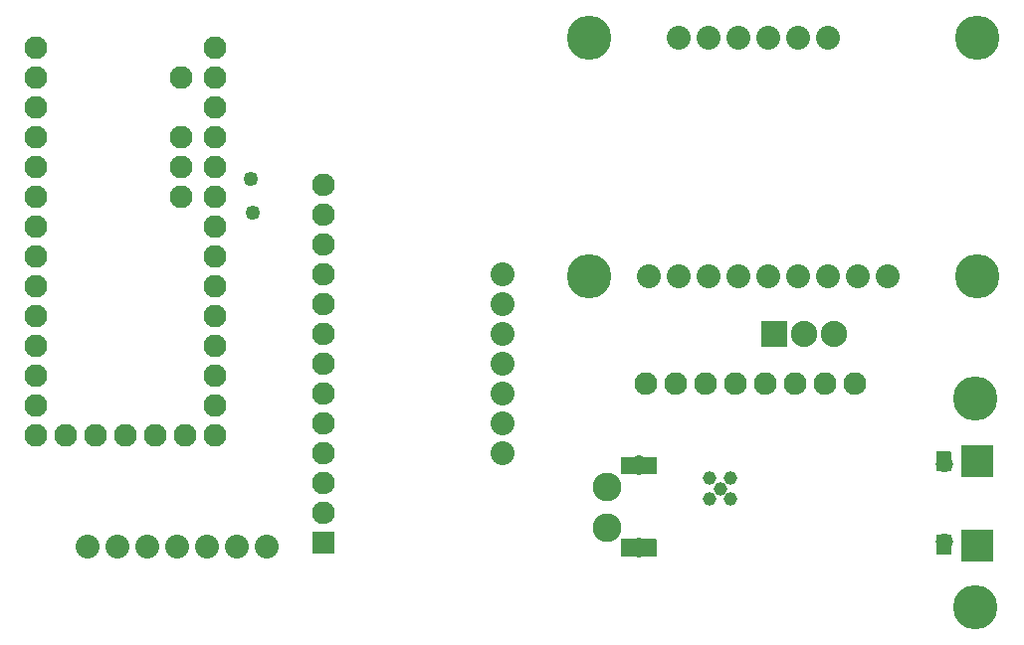
<source format=gbs>
G04 MADE WITH FRITZING*
G04 WWW.FRITZING.ORG*
G04 DOUBLE SIDED*
G04 HOLES PLATED*
G04 CONTOUR ON CENTER OF CONTOUR VECTOR*
%ASAXBY*%
%FSLAX23Y23*%
%MOIN*%
%OFA0B0*%
%SFA1.0B1.0*%
%ADD10C,0.076889*%
%ADD11C,0.148425*%
%ADD12C,0.080000*%
%ADD13C,0.076000*%
%ADD14C,0.045748*%
%ADD15C,0.148426*%
%ADD16C,0.067402*%
%ADD17C,0.057559*%
%ADD18C,0.108426*%
%ADD19C,0.096000*%
%ADD20C,0.049370*%
%ADD21C,0.088000*%
%ADD22R,0.076000X0.076000*%
%ADD23R,0.108426X0.108425*%
%ADD24R,0.088000X0.088000*%
%ADD25R,0.001000X0.001000*%
%LNMASK0*%
G90*
G70*
G54D10*
X674Y691D03*
X674Y791D03*
X674Y891D03*
X674Y991D03*
X674Y1091D03*
X674Y1191D03*
X674Y1291D03*
X674Y1391D03*
X674Y1491D03*
X674Y1591D03*
X674Y1691D03*
X674Y1791D03*
X674Y1891D03*
X674Y1991D03*
X560Y1891D03*
X560Y1591D03*
X560Y1691D03*
X74Y691D03*
X74Y791D03*
X74Y891D03*
X74Y991D03*
X74Y1091D03*
X74Y1191D03*
X74Y1291D03*
X74Y1391D03*
X74Y1491D03*
X74Y1591D03*
X74Y1691D03*
X74Y1791D03*
X74Y1891D03*
X74Y1991D03*
X560Y1491D03*
X274Y691D03*
X174Y691D03*
X374Y691D03*
X574Y691D03*
X474Y691D03*
G54D11*
X1928Y1225D03*
X1928Y2025D03*
G54D12*
X2228Y2025D03*
X2328Y2025D03*
X2428Y2025D03*
G54D11*
X3228Y1225D03*
G54D12*
X2528Y2025D03*
G54D11*
X3228Y2025D03*
G54D12*
X2628Y2025D03*
X2728Y2025D03*
X2128Y1225D03*
X2228Y1225D03*
X2328Y1225D03*
X2428Y1225D03*
X2528Y1225D03*
X2628Y1225D03*
X2728Y1225D03*
X2828Y1225D03*
X2928Y1225D03*
G54D13*
X1036Y330D03*
X1036Y430D03*
X1036Y530D03*
X1036Y630D03*
X1036Y730D03*
X1036Y830D03*
X1036Y930D03*
X1036Y1030D03*
X1036Y1130D03*
X1036Y1230D03*
X1036Y1330D03*
X1036Y1430D03*
X1036Y1530D03*
G54D12*
X1636Y1230D03*
X1636Y1130D03*
X1636Y1030D03*
X1636Y930D03*
X1636Y830D03*
X1636Y730D03*
X1636Y630D03*
X847Y316D03*
X747Y316D03*
X647Y316D03*
X547Y316D03*
X447Y316D03*
X347Y316D03*
X247Y316D03*
G54D14*
X2402Y547D03*
G54D15*
X3222Y113D03*
G54D16*
X2094Y313D03*
X2094Y589D03*
G54D14*
X2367Y512D03*
X2331Y476D03*
G54D17*
X3117Y333D03*
X3117Y593D03*
G54D18*
X3227Y322D03*
X3227Y605D03*
G54D19*
X1987Y518D03*
G54D13*
X2817Y863D03*
X2717Y863D03*
X2617Y863D03*
X2517Y863D03*
X2417Y863D03*
X2317Y863D03*
X2217Y863D03*
G54D15*
X3222Y813D03*
G54D13*
X2117Y863D03*
G54D14*
X2331Y547D03*
X2402Y476D03*
G54D19*
X1987Y380D03*
G54D20*
X802Y1438D03*
X795Y1549D03*
G54D21*
X2546Y1030D03*
X2646Y1030D03*
X2746Y1030D03*
G54D22*
X1036Y330D03*
G54D23*
X3227Y322D03*
X3227Y605D03*
G54D24*
X2546Y1030D03*
G54D25*
X3092Y636D02*
X3138Y636D01*
X3092Y635D02*
X3139Y635D01*
X3092Y634D02*
X3139Y634D01*
X3092Y633D02*
X3139Y633D01*
X3092Y632D02*
X3139Y632D01*
X3092Y631D02*
X3139Y631D01*
X3092Y630D02*
X3139Y630D01*
X3092Y629D02*
X3139Y629D01*
X3092Y628D02*
X3139Y628D01*
X3092Y627D02*
X3139Y627D01*
X3092Y626D02*
X3139Y626D01*
X3092Y625D02*
X3139Y625D01*
X3092Y624D02*
X3139Y624D01*
X3092Y623D02*
X3139Y623D01*
X3092Y622D02*
X3139Y622D01*
X3092Y621D02*
X3139Y621D01*
X3092Y620D02*
X3139Y620D01*
X3092Y619D02*
X3139Y619D01*
X2091Y618D02*
X2094Y618D01*
X3092Y618D02*
X3139Y618D01*
X2034Y617D02*
X2152Y617D01*
X3092Y617D02*
X3139Y617D01*
X2034Y616D02*
X2152Y616D01*
X3092Y616D02*
X3139Y616D01*
X2034Y615D02*
X2152Y615D01*
X3092Y615D02*
X3139Y615D01*
X2034Y614D02*
X2152Y614D01*
X3092Y614D02*
X3139Y614D01*
X2034Y613D02*
X2152Y613D01*
X3092Y613D02*
X3139Y613D01*
X2034Y612D02*
X2152Y612D01*
X3092Y612D02*
X3139Y612D01*
X2034Y611D02*
X2152Y611D01*
X3092Y611D02*
X3139Y611D01*
X2034Y610D02*
X2152Y610D01*
X3092Y610D02*
X3139Y610D01*
X2034Y609D02*
X2152Y609D01*
X3092Y609D02*
X3139Y609D01*
X2034Y608D02*
X2152Y608D01*
X3092Y608D02*
X3139Y608D01*
X2034Y607D02*
X2087Y607D01*
X2099Y607D02*
X2152Y607D01*
X3092Y607D02*
X3111Y607D01*
X3119Y607D02*
X3139Y607D01*
X2034Y606D02*
X2084Y606D01*
X2101Y606D02*
X2152Y606D01*
X3092Y606D02*
X3108Y606D01*
X3122Y606D02*
X3139Y606D01*
X2034Y605D02*
X2082Y605D01*
X2103Y605D02*
X2152Y605D01*
X3092Y605D02*
X3107Y605D01*
X3124Y605D02*
X3139Y605D01*
X2034Y604D02*
X2081Y604D01*
X2104Y604D02*
X2152Y604D01*
X3092Y604D02*
X3106Y604D01*
X3125Y604D02*
X3139Y604D01*
X2034Y603D02*
X2080Y603D01*
X2106Y603D02*
X2152Y603D01*
X3092Y603D02*
X3105Y603D01*
X3126Y603D02*
X3139Y603D01*
X2034Y602D02*
X2079Y602D01*
X2107Y602D02*
X2152Y602D01*
X3092Y602D02*
X3104Y602D01*
X3127Y602D02*
X3139Y602D01*
X2034Y601D02*
X2078Y601D01*
X2107Y601D02*
X2152Y601D01*
X3092Y601D02*
X3103Y601D01*
X3127Y601D02*
X3139Y601D01*
X2034Y600D02*
X2077Y600D01*
X2108Y600D02*
X2152Y600D01*
X3092Y600D02*
X3102Y600D01*
X3128Y600D02*
X3139Y600D01*
X2034Y599D02*
X2076Y599D01*
X2109Y599D02*
X2152Y599D01*
X3092Y599D02*
X3102Y599D01*
X3129Y599D02*
X3139Y599D01*
X2034Y598D02*
X2076Y598D01*
X2110Y598D02*
X2152Y598D01*
X3092Y598D02*
X3102Y598D01*
X3129Y598D02*
X3139Y598D01*
X2034Y597D02*
X2075Y597D01*
X2110Y597D02*
X2152Y597D01*
X3092Y597D02*
X3101Y597D01*
X3129Y597D02*
X3139Y597D01*
X2034Y596D02*
X2075Y596D01*
X2111Y596D02*
X2152Y596D01*
X3092Y596D02*
X3101Y596D01*
X3129Y596D02*
X3139Y596D01*
X2034Y595D02*
X2074Y595D01*
X2111Y595D02*
X2152Y595D01*
X3092Y595D02*
X3101Y595D01*
X3129Y595D02*
X3139Y595D01*
X2034Y594D02*
X2074Y594D01*
X2111Y594D02*
X2152Y594D01*
X3092Y594D02*
X3101Y594D01*
X3129Y594D02*
X3139Y594D01*
X2034Y593D02*
X2074Y593D01*
X2111Y593D02*
X2152Y593D01*
X3092Y593D02*
X3101Y593D01*
X3129Y593D02*
X3139Y593D01*
X2034Y592D02*
X2074Y592D01*
X2112Y592D02*
X2152Y592D01*
X3092Y592D02*
X3101Y592D01*
X3129Y592D02*
X3139Y592D01*
X2034Y591D02*
X2074Y591D01*
X2112Y591D02*
X2152Y591D01*
X3092Y591D02*
X3101Y591D01*
X3129Y591D02*
X3139Y591D01*
X2034Y590D02*
X2074Y590D01*
X2112Y590D02*
X2152Y590D01*
X3092Y590D02*
X3101Y590D01*
X3129Y590D02*
X3139Y590D01*
X2034Y589D02*
X2074Y589D01*
X2112Y589D02*
X2152Y589D01*
X3092Y589D02*
X3102Y589D01*
X3129Y589D02*
X3139Y589D01*
X2034Y588D02*
X2074Y588D01*
X2112Y588D02*
X2152Y588D01*
X3092Y588D02*
X3102Y588D01*
X3128Y588D02*
X3139Y588D01*
X2034Y587D02*
X2074Y587D01*
X2112Y587D02*
X2152Y587D01*
X3092Y587D02*
X3103Y587D01*
X3128Y587D02*
X3139Y587D01*
X2034Y586D02*
X2074Y586D01*
X2112Y586D02*
X2152Y586D01*
X3092Y586D02*
X3103Y586D01*
X3127Y586D02*
X3139Y586D01*
X2034Y585D02*
X2074Y585D01*
X2111Y585D02*
X2152Y585D01*
X3092Y585D02*
X3104Y585D01*
X3126Y585D02*
X3139Y585D01*
X2034Y584D02*
X2074Y584D01*
X2111Y584D02*
X2152Y584D01*
X3092Y584D02*
X3105Y584D01*
X3125Y584D02*
X3139Y584D01*
X2034Y583D02*
X2075Y583D01*
X2111Y583D02*
X2152Y583D01*
X3092Y583D02*
X3106Y583D01*
X3124Y583D02*
X3139Y583D01*
X2034Y582D02*
X2075Y582D01*
X2111Y582D02*
X2152Y582D01*
X3092Y582D02*
X3107Y582D01*
X3123Y582D02*
X3139Y582D01*
X2034Y581D02*
X2075Y581D01*
X2110Y581D02*
X2152Y581D01*
X3092Y581D02*
X3109Y581D01*
X3121Y581D02*
X3139Y581D01*
X2034Y580D02*
X2076Y580D01*
X2109Y580D02*
X2152Y580D01*
X3092Y580D02*
X3139Y580D01*
X2034Y579D02*
X2076Y579D01*
X2109Y579D02*
X2152Y579D01*
X3092Y579D02*
X3139Y579D01*
X2034Y578D02*
X2077Y578D01*
X2108Y578D02*
X2152Y578D01*
X3092Y578D02*
X3139Y578D01*
X2034Y577D02*
X2078Y577D01*
X2107Y577D02*
X2152Y577D01*
X3092Y577D02*
X3139Y577D01*
X2034Y576D02*
X2079Y576D01*
X2106Y576D02*
X2152Y576D01*
X3092Y576D02*
X3139Y576D01*
X2034Y575D02*
X2080Y575D01*
X2105Y575D02*
X2152Y575D01*
X3092Y575D02*
X3139Y575D01*
X2034Y574D02*
X2081Y574D01*
X2104Y574D02*
X2152Y574D01*
X3092Y574D02*
X3139Y574D01*
X2034Y573D02*
X2083Y573D01*
X2103Y573D02*
X2152Y573D01*
X3092Y573D02*
X3139Y573D01*
X2034Y572D02*
X2084Y572D01*
X2101Y572D02*
X2152Y572D01*
X3092Y572D02*
X3139Y572D01*
X2034Y571D02*
X2087Y571D01*
X2098Y571D02*
X2152Y571D01*
X3092Y571D02*
X3139Y571D01*
X2034Y570D02*
X2152Y570D01*
X3092Y570D02*
X3138Y570D01*
X2034Y569D02*
X2152Y569D01*
X2034Y568D02*
X2152Y568D01*
X2034Y567D02*
X2152Y567D01*
X2034Y566D02*
X2152Y566D01*
X2034Y565D02*
X2152Y565D01*
X2034Y564D02*
X2152Y564D01*
X2034Y563D02*
X2152Y563D01*
X2034Y562D02*
X2152Y562D01*
X2034Y561D02*
X2152Y561D01*
X3092Y357D02*
X3139Y357D01*
X3092Y356D02*
X3139Y356D01*
X3092Y355D02*
X3139Y355D01*
X3092Y354D02*
X3139Y354D01*
X3092Y353D02*
X3139Y353D01*
X3092Y352D02*
X3139Y352D01*
X3092Y351D02*
X3139Y351D01*
X3092Y350D02*
X3139Y350D01*
X3092Y349D02*
X3139Y349D01*
X3092Y348D02*
X3139Y348D01*
X3092Y347D02*
X3110Y347D01*
X3120Y347D02*
X3139Y347D01*
X3092Y346D02*
X3108Y346D01*
X3122Y346D02*
X3139Y346D01*
X3092Y345D02*
X3107Y345D01*
X3124Y345D02*
X3139Y345D01*
X3092Y344D02*
X3105Y344D01*
X3125Y344D02*
X3139Y344D01*
X3092Y343D02*
X3104Y343D01*
X3126Y343D02*
X3139Y343D01*
X2034Y342D02*
X2151Y342D01*
X3092Y342D02*
X3104Y342D01*
X3127Y342D02*
X3139Y342D01*
X2034Y341D02*
X2152Y341D01*
X3092Y341D02*
X3103Y341D01*
X3128Y341D02*
X3139Y341D01*
X2034Y340D02*
X2152Y340D01*
X3092Y340D02*
X3102Y340D01*
X3128Y340D02*
X3139Y340D01*
X2034Y339D02*
X2152Y339D01*
X3092Y339D02*
X3102Y339D01*
X3129Y339D02*
X3139Y339D01*
X2034Y338D02*
X2152Y338D01*
X3092Y338D02*
X3102Y338D01*
X3129Y338D02*
X3139Y338D01*
X2034Y337D02*
X2152Y337D01*
X3092Y337D02*
X3101Y337D01*
X3129Y337D02*
X3139Y337D01*
X2034Y336D02*
X2152Y336D01*
X3092Y336D02*
X3101Y336D01*
X3129Y336D02*
X3139Y336D01*
X2034Y335D02*
X2152Y335D01*
X3092Y335D02*
X3101Y335D01*
X3129Y335D02*
X3139Y335D01*
X2034Y334D02*
X2152Y334D01*
X3092Y334D02*
X3101Y334D01*
X3129Y334D02*
X3139Y334D01*
X2034Y333D02*
X2152Y333D01*
X3092Y333D02*
X3101Y333D01*
X3129Y333D02*
X3139Y333D01*
X2034Y332D02*
X2152Y332D01*
X3092Y332D02*
X3101Y332D01*
X3129Y332D02*
X3139Y332D01*
X2034Y331D02*
X2085Y331D01*
X2100Y331D02*
X2152Y331D01*
X3092Y331D02*
X3101Y331D01*
X3129Y331D02*
X3139Y331D01*
X2034Y330D02*
X2083Y330D01*
X2102Y330D02*
X2152Y330D01*
X3092Y330D02*
X3102Y330D01*
X3129Y330D02*
X3139Y330D01*
X2034Y329D02*
X2082Y329D01*
X2104Y329D02*
X2152Y329D01*
X3092Y329D02*
X3102Y329D01*
X3129Y329D02*
X3139Y329D01*
X2034Y328D02*
X2080Y328D01*
X2105Y328D02*
X2152Y328D01*
X3092Y328D02*
X3102Y328D01*
X3128Y328D02*
X3139Y328D01*
X2034Y327D02*
X2079Y327D01*
X2106Y327D02*
X2152Y327D01*
X3092Y327D02*
X3103Y327D01*
X3128Y327D02*
X3139Y327D01*
X2034Y326D02*
X2078Y326D01*
X2107Y326D02*
X2152Y326D01*
X3092Y326D02*
X3103Y326D01*
X3127Y326D02*
X3139Y326D01*
X2034Y325D02*
X2077Y325D01*
X2108Y325D02*
X2152Y325D01*
X3092Y325D02*
X3104Y325D01*
X3126Y325D02*
X3139Y325D01*
X2034Y324D02*
X2077Y324D01*
X2109Y324D02*
X2152Y324D01*
X3092Y324D02*
X3105Y324D01*
X3125Y324D02*
X3139Y324D01*
X2034Y323D02*
X2076Y323D01*
X2109Y323D02*
X2152Y323D01*
X3092Y323D02*
X3106Y323D01*
X3124Y323D02*
X3139Y323D01*
X2034Y322D02*
X2076Y322D01*
X2110Y322D02*
X2152Y322D01*
X3092Y322D02*
X3108Y322D01*
X3123Y322D02*
X3139Y322D01*
X2034Y321D02*
X2075Y321D01*
X2110Y321D02*
X2152Y321D01*
X3092Y321D02*
X3110Y321D01*
X3121Y321D02*
X3139Y321D01*
X2034Y320D02*
X2075Y320D01*
X2111Y320D02*
X2152Y320D01*
X3092Y320D02*
X3139Y320D01*
X2034Y319D02*
X2074Y319D01*
X2111Y319D02*
X2152Y319D01*
X3092Y319D02*
X3139Y319D01*
X2034Y318D02*
X2074Y318D01*
X2111Y318D02*
X2152Y318D01*
X3092Y318D02*
X3139Y318D01*
X2034Y317D02*
X2074Y317D01*
X2112Y317D02*
X2152Y317D01*
X3092Y317D02*
X3139Y317D01*
X2034Y316D02*
X2074Y316D01*
X2112Y316D02*
X2152Y316D01*
X3092Y316D02*
X3139Y316D01*
X2034Y315D02*
X2074Y315D01*
X2112Y315D02*
X2152Y315D01*
X3092Y315D02*
X3139Y315D01*
X2034Y314D02*
X2074Y314D01*
X2112Y314D02*
X2152Y314D01*
X3092Y314D02*
X3139Y314D01*
X2034Y313D02*
X2074Y313D01*
X2112Y313D02*
X2152Y313D01*
X3092Y313D02*
X3139Y313D01*
X2034Y312D02*
X2074Y312D01*
X2112Y312D02*
X2152Y312D01*
X3092Y312D02*
X3139Y312D01*
X2034Y311D02*
X2074Y311D01*
X2112Y311D02*
X2152Y311D01*
X3092Y311D02*
X3139Y311D01*
X2034Y310D02*
X2074Y310D01*
X2112Y310D02*
X2152Y310D01*
X3092Y310D02*
X3139Y310D01*
X2034Y309D02*
X2074Y309D01*
X2111Y309D02*
X2152Y309D01*
X3092Y309D02*
X3139Y309D01*
X2034Y308D02*
X2074Y308D01*
X2111Y308D02*
X2152Y308D01*
X3092Y308D02*
X3139Y308D01*
X2034Y307D02*
X2075Y307D01*
X2111Y307D02*
X2152Y307D01*
X3092Y307D02*
X3139Y307D01*
X2034Y306D02*
X2075Y306D01*
X2110Y306D02*
X2152Y306D01*
X3092Y306D02*
X3139Y306D01*
X2034Y305D02*
X2076Y305D01*
X2110Y305D02*
X2152Y305D01*
X3092Y305D02*
X3139Y305D01*
X2034Y304D02*
X2076Y304D01*
X2109Y304D02*
X2152Y304D01*
X3092Y304D02*
X3139Y304D01*
X2034Y303D02*
X2077Y303D01*
X2109Y303D02*
X2152Y303D01*
X3092Y303D02*
X3139Y303D01*
X2034Y302D02*
X2078Y302D01*
X2108Y302D02*
X2152Y302D01*
X3092Y302D02*
X3139Y302D01*
X2034Y301D02*
X2078Y301D01*
X2107Y301D02*
X2152Y301D01*
X3092Y301D02*
X3139Y301D01*
X2034Y300D02*
X2079Y300D01*
X2106Y300D02*
X2152Y300D01*
X3092Y300D02*
X3139Y300D01*
X2034Y299D02*
X2080Y299D01*
X2105Y299D02*
X2152Y299D01*
X3092Y299D02*
X3139Y299D01*
X2034Y298D02*
X2082Y298D01*
X2104Y298D02*
X2152Y298D01*
X3092Y298D02*
X3139Y298D01*
X2034Y297D02*
X2083Y297D01*
X2102Y297D02*
X2152Y297D01*
X3092Y297D02*
X3139Y297D01*
X2034Y296D02*
X2086Y296D01*
X2100Y296D02*
X2152Y296D01*
X3092Y296D02*
X3139Y296D01*
X2034Y295D02*
X2152Y295D01*
X3092Y295D02*
X3139Y295D01*
X2034Y294D02*
X2152Y294D01*
X3092Y294D02*
X3139Y294D01*
X2034Y293D02*
X2152Y293D01*
X3092Y293D02*
X3139Y293D01*
X2034Y292D02*
X2152Y292D01*
X3092Y292D02*
X3139Y292D01*
X2034Y291D02*
X2152Y291D01*
X2034Y290D02*
X2152Y290D01*
X2034Y289D02*
X2152Y289D01*
X2034Y288D02*
X2152Y288D01*
X2034Y287D02*
X2152Y287D01*
X2034Y286D02*
X2152Y286D01*
X2034Y285D02*
X2151Y285D01*
D02*
G04 End of Mask0*
M02*
</source>
